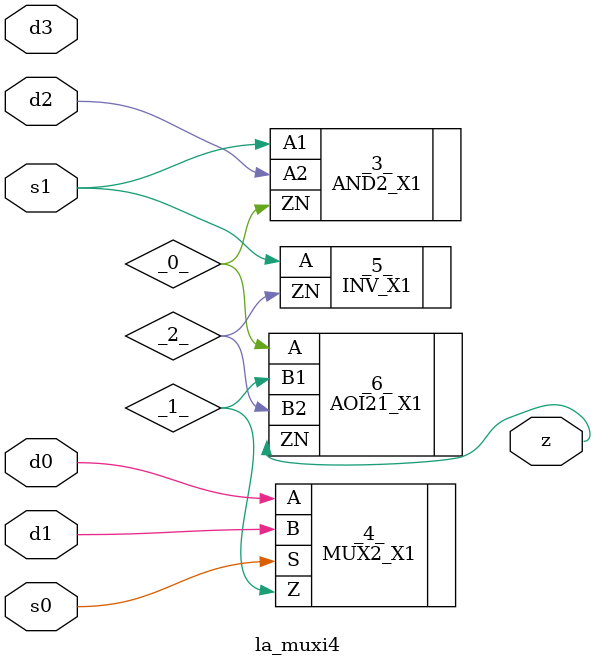
<source format=v>
/* Generated by Yosys 0.37 (git sha1 a5c7f69ed, clang 14.0.0-1ubuntu1.1 -fPIC -Os) */

module la_muxi4(d0, d1, d2, d3, s0, s1, z);
  wire _0_;
  wire _1_;
  wire _2_;
  input d0;
  wire d0;
  input d1;
  wire d1;
  input d2;
  wire d2;
  input d3;
  wire d3;
  input s0;
  wire s0;
  input s1;
  wire s1;
  output z;
  wire z;
  AND2_X1 _3_ (
    .A1(s1),
    .A2(d2),
    .ZN(_0_)
  );
  MUX2_X1 _4_ (
    .A(d0),
    .B(d1),
    .S(s0),
    .Z(_1_)
  );
  INV_X1 _5_ (
    .A(s1),
    .ZN(_2_)
  );
  AOI21_X1 _6_ (
    .A(_0_),
    .B1(_1_),
    .B2(_2_),
    .ZN(z)
  );
endmodule

</source>
